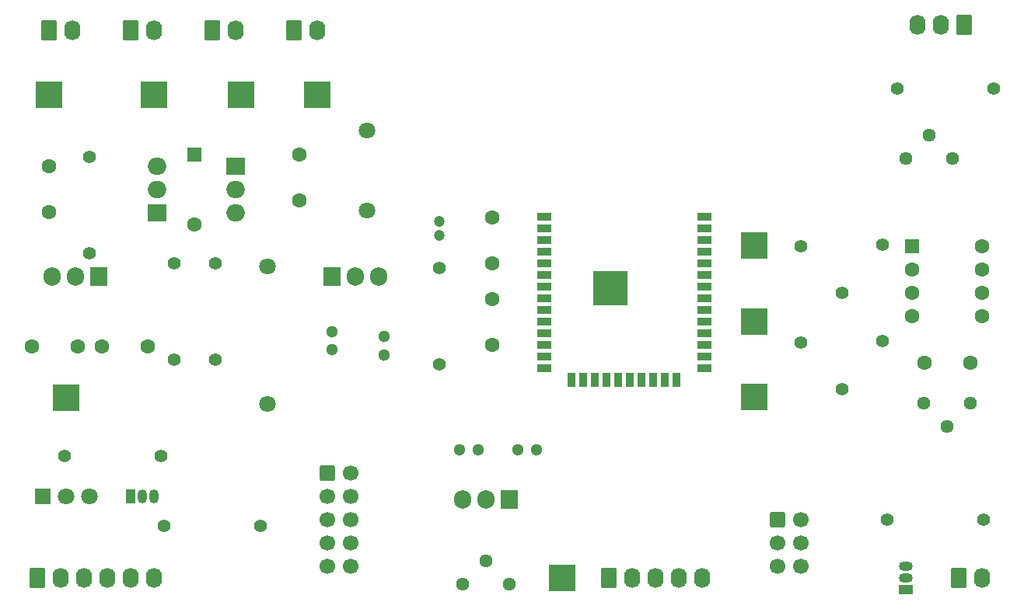
<source format=gbr>
%TF.GenerationSoftware,KiCad,Pcbnew,9.0.3*%
%TF.CreationDate,2025-08-13T19:57:12+00:00*%
%TF.ProjectId,type(one),74797065-286f-46e6-9529-2e6b69636164,1.0*%
%TF.SameCoordinates,Original*%
%TF.FileFunction,Soldermask,Top*%
%TF.FilePolarity,Negative*%
%FSLAX46Y46*%
G04 Gerber Fmt 4.6, Leading zero omitted, Abs format (unit mm)*
G04 Created by KiCad (PCBNEW 9.0.3) date 2025-08-13 19:57:12*
%MOMM*%
%LPD*%
G01*
G04 APERTURE LIST*
G04 Aperture macros list*
%AMRoundRect*
0 Rectangle with rounded corners*
0 $1 Rounding radius*
0 $2 $3 $4 $5 $6 $7 $8 $9 X,Y pos of 4 corners*
0 Add a 4 corners polygon primitive as box body*
4,1,4,$2,$3,$4,$5,$6,$7,$8,$9,$2,$3,0*
0 Add four circle primitives for the rounded corners*
1,1,$1+$1,$2,$3*
1,1,$1+$1,$4,$5*
1,1,$1+$1,$6,$7*
1,1,$1+$1,$8,$9*
0 Add four rect primitives between the rounded corners*
20,1,$1+$1,$2,$3,$4,$5,0*
20,1,$1+$1,$4,$5,$6,$7,0*
20,1,$1+$1,$6,$7,$8,$9,0*
20,1,$1+$1,$8,$9,$2,$3,0*%
G04 Aperture macros list end*
%ADD10R,1.800000X1.800000*%
%ADD11C,1.800000*%
%ADD12C,0.600000*%
%ADD13R,3.800000X3.800000*%
%ADD14R,1.500000X0.900000*%
%ADD15R,0.900000X1.500000*%
%ADD16R,3.000000X3.000000*%
%ADD17C,1.600000*%
%ADD18C,1.440000*%
%ADD19RoundRect,0.250000X-0.550000X-0.550000X0.550000X-0.550000X0.550000X0.550000X-0.550000X0.550000X0*%
%ADD20C,1.400000*%
%ADD21O,1.740000X2.190000*%
%ADD22RoundRect,0.250000X-0.620000X-0.845000X0.620000X-0.845000X0.620000X0.845000X-0.620000X0.845000X0*%
%ADD23O,1.500000X1.050000*%
%ADD24R,1.500000X1.050000*%
%ADD25RoundRect,0.250000X-0.600000X-0.600000X0.600000X-0.600000X0.600000X0.600000X-0.600000X0.600000X0*%
%ADD26C,1.700000*%
%ADD27O,1.905000X2.000000*%
%ADD28R,1.905000X2.000000*%
%ADD29C,1.300000*%
%ADD30R,1.050000X1.500000*%
%ADD31O,1.050000X1.500000*%
%ADD32O,2.000000X1.905000*%
%ADD33R,2.000000X1.905000*%
%ADD34RoundRect,0.250000X-0.550000X0.550000X-0.550000X-0.550000X0.550000X-0.550000X0.550000X0.550000X0*%
%ADD35C,1.200000*%
%ADD36RoundRect,0.250000X0.620000X0.845000X-0.620000X0.845000X-0.620000X-0.845000X0.620000X-0.845000X0*%
G04 APERTURE END LIST*
D10*
%TO.C,Q1*%
X103505000Y-120650000D03*
D11*
X106045000Y-120650000D03*
X108585000Y-120650000D03*
%TD*%
D12*
%TO.C,U1*%
X166695000Y-98615000D03*
X166695000Y-97215000D03*
X165995000Y-99315000D03*
X165995000Y-97915000D03*
X165995000Y-96515000D03*
D13*
X165295000Y-97915000D03*
D12*
X165270000Y-98615000D03*
X165270000Y-97215000D03*
X164595000Y-99315000D03*
X164595000Y-97915000D03*
X164595000Y-96515000D03*
X163895000Y-98615000D03*
X163895000Y-97215000D03*
D14*
X175545000Y-90195000D03*
X175545000Y-91465000D03*
X175545000Y-92735000D03*
X175545000Y-94005000D03*
X175545000Y-95275000D03*
X175545000Y-96545000D03*
X175545000Y-97815000D03*
X175545000Y-99085000D03*
X175545000Y-100355000D03*
X175545000Y-101625000D03*
X175545000Y-102895000D03*
X175545000Y-104165000D03*
X175545000Y-105435000D03*
X175545000Y-106705000D03*
D15*
X172515000Y-107955000D03*
X171245000Y-107955000D03*
X169975000Y-107955000D03*
X168705000Y-107955000D03*
X167435000Y-107955000D03*
X166165000Y-107955000D03*
X164895000Y-107955000D03*
X163625000Y-107955000D03*
X162355000Y-107955000D03*
X161085000Y-107955000D03*
D14*
X158045000Y-106705000D03*
X158045000Y-105435000D03*
X158045000Y-104165000D03*
X158045000Y-102895000D03*
X158045000Y-101625000D03*
X158045000Y-100355000D03*
X158045000Y-99085000D03*
X158045000Y-97815000D03*
X158045000Y-96545000D03*
X158045000Y-95275000D03*
X158045000Y-94005000D03*
X158045000Y-92735000D03*
X158045000Y-91465000D03*
X158045000Y-90195000D03*
%TD*%
D16*
%TO.C,TP7*%
X180975000Y-101600000D03*
%TD*%
%TO.C,TP6*%
X180975000Y-109835000D03*
%TD*%
%TO.C,TP8*%
X180975000Y-93325000D03*
%TD*%
D17*
%TO.C,C1*%
X199475000Y-106045000D03*
X204475000Y-106045000D03*
%TD*%
D18*
%TO.C,RV1*%
X199395000Y-110490000D03*
X201935000Y-113030000D03*
X204475000Y-110490000D03*
%TD*%
D17*
%TO.C,U2*%
X205745000Y-93345000D03*
X205745000Y-95885000D03*
X205745000Y-98425000D03*
X205745000Y-100965000D03*
X198125000Y-100965000D03*
X198125000Y-98425000D03*
X198125000Y-95885000D03*
D19*
X198125000Y-93345000D03*
%TD*%
D20*
%TO.C,R7*%
X205910000Y-123190000D03*
X195410000Y-123190000D03*
%TD*%
D21*
%TO.C,J6*%
X205740000Y-129540000D03*
D22*
X203200000Y-129540000D03*
%TD*%
D23*
%TO.C,Q4*%
X197485000Y-128270000D03*
X197485000Y-129540000D03*
D24*
X197485000Y-130810000D03*
%TD*%
D25*
%TO.C,J8*%
X134502500Y-118110000D03*
D26*
X137042500Y-118110000D03*
X134502500Y-120650000D03*
X137042500Y-120650000D03*
X134502500Y-123190000D03*
X137042500Y-123190000D03*
X134502500Y-125730000D03*
X137042500Y-125730000D03*
X134502500Y-128270000D03*
X137042500Y-128270000D03*
%TD*%
D16*
%TO.C,TP4*%
X160020000Y-129540000D03*
%TD*%
D27*
%TO.C,U5*%
X149225000Y-121015000D03*
X151765000Y-121015000D03*
D28*
X154305000Y-121015000D03*
%TD*%
D29*
%TO.C,C8*%
X150860000Y-115570000D03*
X148860000Y-115570000D03*
%TD*%
%TO.C,C7*%
X157210000Y-115570000D03*
X155210000Y-115570000D03*
%TD*%
D18*
%TO.C,RV3*%
X154305000Y-130175000D03*
X151765000Y-127635000D03*
X149225000Y-130175000D03*
%TD*%
D21*
%TO.C,J5*%
X175260000Y-129540000D03*
X172720000Y-129540000D03*
X170180000Y-129540000D03*
X167640000Y-129540000D03*
D22*
X165100000Y-129540000D03*
%TD*%
D26*
%TO.C,J7*%
X186055000Y-128270000D03*
X183515000Y-128270000D03*
X186055000Y-125730000D03*
X183515000Y-125730000D03*
X186055000Y-123190000D03*
D25*
X183515000Y-123190000D03*
%TD*%
D20*
%TO.C,R4*%
X127170000Y-123825000D03*
X116670000Y-123825000D03*
%TD*%
D30*
%TO.C,Q2*%
X113030000Y-120650000D03*
D31*
X114300000Y-120650000D03*
X115570000Y-120650000D03*
%TD*%
D20*
%TO.C,R3*%
X116375000Y-116205000D03*
X105875000Y-116205000D03*
%TD*%
D11*
%TO.C,R10*%
X127950000Y-110540000D03*
X127950000Y-95540000D03*
%TD*%
D32*
%TO.C,Q3*%
X115885000Y-84625000D03*
X115885000Y-87165000D03*
D33*
X115885000Y-89705000D03*
%TD*%
D32*
%TO.C,D2*%
X124460000Y-89705000D03*
X124460000Y-87165000D03*
D33*
X124460000Y-84625000D03*
%TD*%
D17*
%TO.C,C10*%
X131445000Y-88395000D03*
X131445000Y-83395000D03*
%TD*%
%TO.C,D1*%
X120015000Y-90975000D03*
D34*
X120015000Y-83355000D03*
%TD*%
D16*
%TO.C,TP9*%
X104140000Y-76835000D03*
%TD*%
%TO.C,TP1*%
X115570000Y-76835000D03*
%TD*%
D21*
%TO.C,SW1*%
X133350000Y-69850000D03*
D22*
X130810000Y-69850000D03*
%TD*%
%TO.C,J1*%
X104140000Y-69850000D03*
D21*
X106680000Y-69850000D03*
%TD*%
D18*
%TO.C,RV2*%
X197485000Y-83820000D03*
X200025000Y-81280000D03*
X202565000Y-83820000D03*
%TD*%
D29*
%TO.C,C11*%
X140650000Y-105215000D03*
X140650000Y-103215000D03*
%TD*%
D11*
%TO.C,D3*%
X138745000Y-80740000D03*
X138745000Y-89440000D03*
%TD*%
D16*
%TO.C,TP2*%
X133350000Y-76835000D03*
%TD*%
D17*
%TO.C,C9*%
X104140000Y-89665000D03*
X104140000Y-84665000D03*
%TD*%
D22*
%TO.C,F1*%
X113030000Y-69850000D03*
D21*
X115570000Y-69850000D03*
%TD*%
D17*
%TO.C,C5*%
X114935000Y-104310000D03*
X109935000Y-104310000D03*
%TD*%
D20*
%TO.C,R1*%
X194950000Y-103675000D03*
X194950000Y-93175000D03*
%TD*%
D16*
%TO.C,TP3*%
X106045000Y-109855000D03*
%TD*%
D22*
%TO.C,J4*%
X102870000Y-129540000D03*
D21*
X105410000Y-129540000D03*
X107950000Y-129540000D03*
X110490000Y-129540000D03*
X113030000Y-129540000D03*
X115570000Y-129540000D03*
%TD*%
D22*
%TO.C,J2*%
X121920000Y-69850000D03*
D21*
X124460000Y-69850000D03*
%TD*%
D29*
%TO.C,C12*%
X134935000Y-104675000D03*
X134935000Y-102675000D03*
%TD*%
D20*
%TO.C,R9*%
X186060000Y-103845000D03*
X186060000Y-93345000D03*
%TD*%
D28*
%TO.C,U4*%
X134935000Y-96690000D03*
D27*
X137475000Y-96690000D03*
X140015000Y-96690000D03*
%TD*%
D17*
%TO.C,C4*%
X152400000Y-95210000D03*
X152400000Y-90210000D03*
%TD*%
D20*
%TO.C,R12*%
X117790000Y-105750000D03*
X117790000Y-95250000D03*
%TD*%
D16*
%TO.C,TP5*%
X125095000Y-76835000D03*
%TD*%
D20*
%TO.C,R11*%
X122235000Y-95250000D03*
X122235000Y-105750000D03*
%TD*%
%TO.C,R8*%
X196510000Y-76200000D03*
X207010000Y-76200000D03*
%TD*%
%TO.C,R5*%
X146685000Y-95715000D03*
X146685000Y-106215000D03*
%TD*%
D35*
%TO.C,C3*%
X146685000Y-92190000D03*
X146685000Y-90690000D03*
%TD*%
D17*
%TO.C,C2*%
X152400000Y-99100000D03*
X152400000Y-104100000D03*
%TD*%
%TO.C,C6*%
X102275000Y-104310000D03*
X107275000Y-104310000D03*
%TD*%
D28*
%TO.C,U3*%
X109535000Y-96690000D03*
D27*
X106995000Y-96690000D03*
X104455000Y-96690000D03*
%TD*%
D20*
%TO.C,R6*%
X108585000Y-94150000D03*
X108585000Y-83650000D03*
%TD*%
%TO.C,R2*%
X190505000Y-108925000D03*
X190505000Y-98425000D03*
%TD*%
D36*
%TO.C,J3*%
X203835000Y-69215000D03*
D21*
X201295000Y-69215000D03*
X198755000Y-69215000D03*
%TD*%
M02*

</source>
